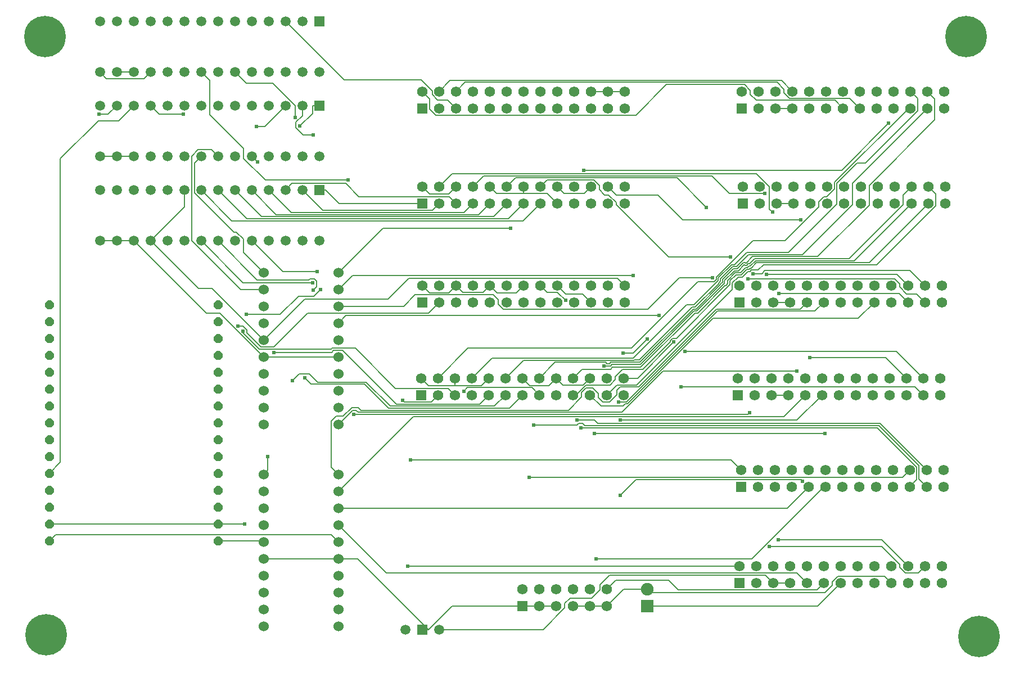
<source format=gtl>
G04 Layer: TopLayer*
G04 EasyEDA v6.3.22, 2020-01-23T21:12:46--5:00*
G04 cdd6f56302204649af62c86a061be503,dfa15b47affc40b8846523cd8aea0214,10*
G04 Gerber Generator version 0.2*
G04 Scale: 100 percent, Rotated: No, Reflected: No *
G04 Dimensions in inches *
G04 leading zeros omitted , absolute positions ,2 integer and 4 decimal *
%FSLAX24Y24*%
%MOIN*%
G90*
G70D02*

%ADD12C,0.006000*%
%ADD13C,0.024000*%
%ADD14C,0.060000*%
%ADD15C,0.062000*%
%ADD16R,0.062000X0.062000*%
%ADD17C,0.059000*%
%ADD18R,0.059000X0.059000*%
%ADD19C,0.059055*%
%ADD20R,0.059055X0.059055*%
%ADD21C,0.246063*%
%ADD22R,0.074803X0.074803*%
%ADD23C,0.074803*%

%LPD*%
G54D12*
G01X17864Y33400D02*
G01X17864Y32946D01*
G01X17103Y32186D01*
G01X14950Y11550D02*
G01X15207Y11807D01*
G01X15207Y12592D01*
G01X18250Y33400D02*
G01X17864Y33400D01*
G01X14950Y19500D02*
G01X11884Y22565D01*
G01X11084Y22565D01*
G01X8250Y25400D01*
G01X36350Y22750D02*
G01X35932Y23167D01*
G01X23563Y23167D01*
G01X22327Y21932D01*
G01X17382Y21932D01*
G01X14950Y19500D01*
G01X36300Y17250D02*
G01X37132Y17250D01*
G01X39272Y19388D01*
G01X12256Y7607D02*
G01X14893Y7607D01*
G01X14950Y7550D01*
G01X8250Y25400D02*
G01X10250Y27400D01*
G01X10250Y28400D01*
G01X5250Y35400D02*
G01X5635Y35013D01*
G01X7864Y35013D01*
G01X8250Y35400D01*
G01X47150Y21750D02*
G01X46748Y21348D01*
G01X41797Y21348D01*
G01X37176Y16727D01*
G01X36097Y16727D01*
G01X35898Y16528D01*
G01X35898Y16267D01*
G01X35469Y15838D01*
G01X35073Y15838D01*
G01X34800Y16113D01*
G01X34800Y16328D01*
G01X34452Y16676D01*
G01X34068Y16676D01*
G01X33800Y16407D01*
G01X33800Y16128D01*
G01X33021Y15348D01*
G01X20732Y15348D01*
G01X20568Y15513D01*
G01X20182Y15513D01*
G01X19668Y15000D01*
G01X19264Y15000D01*
G01X18959Y14694D01*
G01X18959Y11967D01*
G01X19375Y11550D01*
G01X47050Y16250D02*
G01X45785Y14984D01*
G01X23810Y14984D01*
G01X19375Y10550D01*
G01X23481Y6100D02*
G01X43150Y6100D01*
G01X20285Y15105D02*
G01X43671Y15105D01*
G01X43764Y15200D01*
G01X46563Y17675D02*
G01X38638Y17675D01*
G01X36190Y15226D01*
G01X20543Y15226D01*
G01X20432Y15336D01*
G01X20213Y15336D01*
G01X19375Y14500D01*
G01X36077Y14771D02*
G01X46571Y14771D01*
G01X48050Y16250D01*
G01X36085Y10309D02*
G01X37014Y11236D01*
G01X46813Y11236D01*
G01X46898Y11151D01*
G01X48227Y13984D02*
G01X34556Y13984D01*
G01X8250Y33400D02*
G01X8761Y32888D01*
G01X10192Y32888D01*
G01X11250Y25400D02*
G01X13740Y22909D01*
G01X17871Y22909D01*
G01X25300Y16250D02*
G01X24884Y15834D01*
G01X23281Y15834D01*
G01X23189Y15926D01*
G01X12250Y25400D02*
G01X14569Y23080D01*
G01X17631Y23080D01*
G01X17681Y23130D01*
G01X17971Y23130D01*
G01X18093Y23007D01*
G01X18093Y22667D01*
G01X17893Y22465D01*
G01X26300Y16250D02*
G01X25898Y16651D01*
G01X22763Y16651D01*
G01X20392Y19021D01*
G01X18993Y19021D01*
G01X18956Y18984D01*
G01X14693Y18984D01*
G01X13731Y19946D01*
G01X13731Y20026D01*
G01X14250Y25400D02*
G01X16082Y23567D01*
G01X18122Y23567D01*
G01X31300Y16250D02*
G01X30859Y16690D01*
G01X27034Y16690D01*
G01X26817Y16473D01*
G01X54300Y34250D02*
G01X54738Y33811D01*
G01X54738Y32559D01*
G01X50850Y28673D01*
G01X50850Y27509D01*
G01X47797Y24455D01*
G01X43930Y24455D01*
G01X43547Y24075D01*
G01X43522Y24075D01*
G01X43500Y24098D01*
G01X43398Y24098D01*
G01X43034Y23732D01*
G01X42797Y23732D01*
G01X42148Y23086D01*
G01X42148Y22948D01*
G01X42030Y22828D01*
G01X42030Y22794D01*
G01X40580Y21344D01*
G01X40409Y21344D01*
G01X37252Y18188D01*
G01X35527Y18188D01*
G01X35442Y18102D01*
G01X35300Y18102D01*
G01X35210Y18190D01*
G01X32240Y18190D01*
G01X31300Y17250D01*
G01X54300Y33250D02*
G01X49850Y28800D01*
G01X49850Y27528D01*
G01X46900Y24578D01*
G01X43707Y24578D01*
G01X42984Y23853D01*
G01X42746Y23853D01*
G01X42027Y23136D01*
G01X42027Y22998D01*
G01X41909Y22880D01*
G01X41909Y22844D01*
G01X40530Y21465D01*
G01X40359Y21465D01*
G01X37235Y18342D01*
G01X36935Y18342D01*
G01X36902Y18309D01*
G01X35264Y18309D01*
G01X35260Y18313D01*
G01X30363Y18313D01*
G01X29300Y17250D01*
G01X53300Y34250D02*
G01X53717Y33832D01*
G01X53717Y33092D01*
G01X50619Y29994D01*
G01X50117Y29994D01*
G01X48910Y28788D01*
G01X48910Y27563D01*
G01X46047Y24698D01*
G01X43590Y24698D01*
G01X42868Y23976D01*
G01X42696Y23976D01*
G01X41906Y23186D01*
G01X41906Y23048D01*
G01X40444Y21588D01*
G01X40009Y21588D01*
G01X36852Y18430D01*
G01X35314Y18430D01*
G01X35310Y18434D01*
G01X28484Y18434D01*
G01X27300Y17250D01*
G01X53300Y33250D02*
G01X53180Y33250D01*
G01X48789Y28859D01*
G01X48789Y28463D01*
G01X48326Y28001D01*
G01X48156Y28001D01*
G01X47852Y27696D01*
G01X47852Y27386D01*
G01X45863Y25398D01*
G01X43947Y25398D01*
G01X41785Y23236D01*
G01X41785Y23098D01*
G01X41661Y22976D01*
G01X40704Y22976D01*
G01X36752Y19023D01*
G01X27073Y19023D01*
G01X25300Y17250D01*
G01X35300Y16250D02*
G01X35898Y16848D01*
G01X37064Y16848D01*
G01X42725Y22509D01*
G01X42725Y22898D01*
G01X43075Y23248D01*
G01X43335Y23248D01*
G01X43657Y23569D01*
G01X43785Y23569D01*
G01X43868Y23653D01*
G01X44264Y23653D01*
G01X44582Y23971D01*
G01X51292Y23971D01*
G01X54788Y27467D01*
G01X54788Y28161D01*
G01X54350Y28600D01*
G01X33300Y16250D02*
G01X33472Y16250D01*
G01X34071Y16848D01*
G01X35475Y16848D01*
G01X35800Y17173D01*
G01X35800Y17340D01*
G01X36231Y17771D01*
G01X37439Y17771D01*
G01X39060Y19392D01*
G01X39060Y19476D01*
G01X39185Y19598D01*
G01X39410Y19598D01*
G01X42602Y22792D01*
G01X42602Y23025D01*
G01X42947Y23369D01*
G01X43272Y23369D01*
G01X43594Y23690D01*
G01X43735Y23690D01*
G01X43818Y23773D01*
G01X43850Y23773D01*
G01X44168Y24092D01*
G01X50843Y24092D01*
G01X54350Y27600D01*
G01X53350Y28600D02*
G01X52850Y28100D01*
G01X52850Y27528D01*
G01X49656Y24334D01*
G01X44068Y24334D01*
G01X43756Y24023D01*
G01X43668Y24023D01*
G01X43577Y23932D01*
G01X43493Y23932D01*
G01X43461Y23963D01*
G01X43436Y23963D01*
G01X43085Y23611D01*
G01X42847Y23611D01*
G01X42271Y23034D01*
G01X42271Y22863D01*
G01X42236Y22830D01*
G01X42236Y22830D01*
G01X40631Y21223D01*
G01X40459Y21223D01*
G01X37302Y18067D01*
G01X35596Y18067D01*
G01X35510Y17980D01*
G01X35122Y17980D01*
G01X53350Y27600D02*
G01X49964Y24213D01*
G01X44118Y24213D01*
G01X43806Y23902D01*
G01X43718Y23902D01*
G01X43627Y23811D01*
G01X43539Y23811D01*
G01X43217Y23490D01*
G01X42897Y23490D01*
G01X42459Y23052D01*
G01X42459Y22880D01*
G01X42439Y22861D01*
G01X42439Y22800D01*
G01X42368Y22728D01*
G01X42306Y22728D01*
G01X40681Y21103D01*
G01X40515Y21103D01*
G01X37306Y17894D01*
G01X35638Y17894D01*
G01X35513Y17769D01*
G01X33818Y17769D01*
G01X33300Y17250D01*
G01X42617Y24430D02*
G01X38951Y24430D01*
G01X35850Y27530D01*
G01X35850Y27673D01*
G01X35405Y28119D01*
G01X35173Y28119D01*
G01X34850Y28442D01*
G01X34850Y28667D01*
G01X34513Y29003D01*
G01X31753Y29003D01*
G01X31350Y28600D01*
G01X54150Y22750D02*
G01X53268Y23632D01*
G01X44672Y23632D01*
G01X44482Y23442D01*
G01X43956Y23442D01*
G01X35350Y28600D02*
G01X35850Y28100D01*
G01X38326Y28100D01*
G01X39777Y26648D01*
G01X46776Y26648D01*
G01X53050Y17250D02*
G01X51836Y18463D01*
G01X47339Y18463D01*
G01X53250Y10800D02*
G01X53672Y11221D01*
G01X53672Y11969D01*
G01X51325Y14317D01*
G01X33757Y14317D01*
G01X54150Y6100D02*
G01X53748Y5698D01*
G01X52976Y5698D01*
G01X52650Y6023D01*
G01X52650Y6190D01*
G01X51577Y7265D01*
G01X44936Y7265D01*
G01X45452Y7663D02*
G01X51586Y7663D01*
G01X53150Y6100D01*
G01X29607Y26134D02*
G01X22010Y26134D01*
G01X19375Y23500D01*
G01X36857Y23348D02*
G01X20225Y23348D01*
G01X19375Y22500D01*
G01X7250Y33400D02*
G01X6357Y32507D01*
G01X5143Y32507D01*
G01X2905Y30269D01*
G01X2905Y12257D01*
G01X2905Y12257D01*
G01X2255Y11607D01*
G01X33514Y14771D02*
G01X34542Y14771D01*
G01X34754Y14559D01*
G01X51489Y14559D01*
G01X54250Y11800D01*
G01X31350Y22750D02*
G01X31751Y22348D01*
G01X32360Y22348D01*
G01X32850Y21859D01*
G01X30957Y14467D02*
G01X33510Y14467D01*
G01X33623Y14582D01*
G01X33852Y14582D01*
G01X33994Y14438D01*
G01X51439Y14438D01*
G01X53793Y12084D01*
G01X53793Y11257D01*
G01X54250Y10800D01*
G01X53250Y11800D02*
G01X52811Y11361D01*
G01X30686Y11361D01*
G01X18319Y22513D02*
G01X17921Y22113D01*
G01X17010Y22113D01*
G01X15939Y21042D01*
G01X13928Y21042D01*
G01X17250Y33400D02*
G01X17250Y32817D01*
G01X16864Y32430D01*
G01X16864Y32098D01*
G01X17290Y31671D01*
G01X17896Y31671D01*
G01X14950Y18500D02*
G01X12343Y21107D01*
G01X11543Y21107D01*
G01X7250Y25400D01*
G01X36259Y18748D02*
G01X36869Y18748D01*
G01X37689Y19569D01*
G01X13826Y8607D02*
G01X12256Y8607D01*
G01X19375Y6550D02*
G01X14950Y6550D01*
G01X24735Y2350D02*
G01X20535Y6550D01*
G01X19375Y6550D01*
G01X19375Y18500D02*
G01X14950Y18500D01*
G01X30300Y3750D02*
G01X26135Y3750D01*
G01X24735Y2350D01*
G01X34300Y3750D02*
G01X35300Y3750D01*
G01X33300Y3750D02*
G01X34300Y3750D01*
G01X31300Y3750D02*
G01X32300Y3750D01*
G01X30300Y3750D02*
G01X31300Y3750D01*
G01X24350Y2350D02*
G01X24735Y2350D01*
G01X2255Y8607D02*
G01X12256Y8607D01*
G01X7250Y25400D02*
G01X6250Y25400D01*
G01X6250Y30400D02*
G01X5250Y30400D01*
G01X7250Y30400D02*
G01X6250Y30400D01*
G01X6250Y25400D02*
G01X5250Y25400D01*
G01X7250Y35400D02*
G01X6250Y35400D01*
G01X52150Y5100D02*
G01X51748Y5501D01*
G01X48976Y5501D01*
G01X48650Y5176D01*
G01X48650Y4973D01*
G01X48226Y4548D01*
G01X37901Y4548D01*
G01X37700Y4750D01*
G01X35350Y34250D02*
G01X36350Y34250D01*
G01X34350Y34250D02*
G01X35350Y34250D01*
G01X37700Y4750D02*
G01X36300Y4750D01*
G01X35300Y3750D01*
G01X19375Y7550D02*
G01X18943Y7982D01*
G01X2630Y7982D01*
G01X2255Y7607D01*
G01X45150Y5100D02*
G01X44693Y5557D01*
G01X35460Y5557D01*
G01X34898Y4994D01*
G01X34898Y4717D01*
G01X34384Y4203D01*
G01X33110Y4203D01*
G01X32800Y3894D01*
G01X32800Y3621D01*
G01X31528Y2350D01*
G01X25350Y2350D01*
G01X46150Y5100D02*
G01X45150Y5100D01*
G01X45300Y33250D02*
G01X46300Y33250D01*
G01X45350Y27600D02*
G01X46350Y27600D01*
G01X45150Y21750D02*
G01X46150Y21750D01*
G01X45050Y16250D02*
G01X46050Y16250D01*
G01X14250Y30400D02*
G01X14260Y30400D01*
G01X14597Y30063D01*
G01X48150Y21750D02*
G01X47627Y21227D01*
G01X41847Y21227D01*
G01X36464Y15844D01*
G01X35990Y15844D01*
G01X51150Y21750D02*
G01X50189Y20790D01*
G01X41581Y20790D01*
G01X36514Y15723D01*
G01X36390Y15723D01*
G01X36264Y15596D01*
G01X34954Y15596D01*
G01X34300Y16250D01*
G01X26300Y16811D02*
G01X27863Y16811D01*
G01X28300Y17250D01*
G01X30350Y28198D02*
G01X28751Y28198D01*
G01X28350Y28600D01*
G01X28350Y22750D02*
G01X27948Y22348D01*
G01X26751Y22348D01*
G01X26350Y22750D01*
G01X24350Y22750D02*
G01X24788Y22311D01*
G01X25913Y22311D01*
G01X26350Y22750D01*
G01X28350Y22750D02*
G01X28788Y22311D01*
G01X29913Y22311D01*
G01X30350Y22750D01*
G01X24300Y17250D02*
G01X24738Y16811D01*
G01X26300Y16811D01*
G01X34300Y17250D02*
G01X33893Y16842D01*
G01X32706Y16842D01*
G01X32300Y17250D01*
G01X30300Y17250D02*
G01X30738Y16811D01*
G01X31863Y16811D01*
G01X32300Y17250D01*
G01X26300Y16811D02*
G01X26300Y17250D01*
G01X32350Y22750D02*
G01X32850Y22250D01*
G01X33850Y22250D01*
G01X34350Y21750D01*
G01X32350Y28600D02*
G01X32751Y28198D01*
G01X33948Y28198D01*
G01X34350Y28600D01*
G01X30350Y28198D02*
G01X31751Y28198D01*
G01X32350Y27600D01*
G01X30350Y28198D02*
G01X30350Y28600D01*
G01X24350Y28600D02*
G01X24788Y28161D01*
G01X25913Y28161D01*
G01X26350Y28600D01*
G01X28300Y16250D02*
G01X27763Y15713D01*
G01X22818Y15713D01*
G01X19630Y18901D01*
G01X19106Y18901D01*
G01X18977Y18773D01*
G01X15572Y18773D01*
G01X29300Y16250D02*
G01X28640Y15590D01*
G01X22453Y15590D01*
G01X21030Y17015D01*
G01X18148Y17015D01*
G01X17668Y17496D01*
G01X17044Y17496D01*
G01X16668Y17119D01*
G01X30300Y16250D02*
G01X29519Y15469D01*
G01X22343Y15469D01*
G01X20918Y16894D01*
G01X17764Y16894D01*
G01X17402Y17255D01*
G01X19967Y28992D02*
G01X15043Y28992D01*
G01X13750Y30284D01*
G01X13750Y30865D01*
G01X11750Y32865D01*
G01X11750Y34900D01*
G01X11250Y35400D01*
G01X25350Y21750D02*
G01X24709Y21109D01*
G01X17559Y21109D01*
G01X15556Y19105D01*
G01X14777Y19105D01*
G01X13942Y19942D01*
G01X13942Y20113D01*
G01X13731Y20323D01*
G01X13431Y20323D01*
G01X16839Y32707D02*
G01X16839Y33386D01*
G01X15493Y34732D01*
G01X13918Y34732D01*
G01X13250Y35400D01*
G01X25350Y34250D02*
G01X26007Y34907D01*
G01X45642Y34907D01*
G01X46300Y34250D01*
G01X26350Y34250D02*
G01X26885Y34786D01*
G01X45388Y34786D01*
G01X45800Y34373D01*
G01X45800Y34182D01*
G01X46134Y33848D01*
G01X49701Y33848D01*
G01X50300Y33250D01*
G01X49300Y33250D02*
G01X48822Y33727D01*
G01X44156Y33727D01*
G01X43800Y34082D01*
G01X43800Y34317D01*
G01X43452Y34665D01*
G01X38836Y34665D01*
G01X37010Y32838D01*
G01X25167Y32838D01*
G01X24806Y33196D01*
G01X24806Y33792D01*
G01X24350Y34250D01*
G01X37700Y3750D02*
G01X47800Y3750D01*
G01X49150Y5100D01*
G01X14530Y32171D02*
G01X15022Y32171D01*
G01X16250Y33400D01*
G01X48150Y5100D02*
G01X47748Y4698D01*
G01X39515Y4698D01*
G01X38954Y5261D01*
G01X35810Y5261D01*
G01X35300Y4750D01*
G01X12250Y30400D02*
G01X11860Y30788D01*
G01X11072Y30788D01*
G01X10697Y30413D01*
G01X10697Y25390D01*
G01X13589Y22500D01*
G01X14950Y22500D01*
G01X34647Y6534D02*
G01X43907Y6534D01*
G01X48172Y10800D01*
G01X48250Y10800D01*
G01X6250Y33400D02*
G01X5740Y32890D01*
G01X5185Y32890D01*
G01X29350Y28600D02*
G01X29875Y29125D01*
G01X39444Y29125D01*
G01X41193Y27378D01*
G01X54150Y21750D02*
G01X53650Y22250D01*
G01X53054Y22250D01*
G01X52650Y22653D01*
G01X52650Y22846D01*
G01X52344Y23151D01*
G01X43656Y23151D01*
G01X53150Y22750D02*
G01X52486Y23413D01*
G01X44752Y23413D01*
G01X27350Y28600D02*
G01X27997Y29246D01*
G01X41525Y29246D01*
G01X42572Y28198D01*
G01X44654Y28198D01*
G01X25350Y28600D02*
G01X26118Y29367D01*
G01X44165Y29367D01*
G01X44927Y28605D01*
G01X44927Y27278D01*
G01X45117Y27090D01*
G01X45492Y22261D02*
G01X52639Y22261D01*
G01X53150Y21750D01*
G01X39939Y18846D02*
G01X52452Y18846D01*
G01X54050Y17250D01*
G01X54050Y16250D02*
G01X53550Y16750D01*
G01X39702Y16750D01*
G01X52000Y32367D02*
G01X49210Y29578D01*
G01X33929Y29578D01*
G01X19375Y9550D02*
G01X46000Y9550D01*
G01X47250Y10800D01*
G01X19375Y8550D02*
G01X22226Y5698D01*
G01X46551Y5698D01*
G01X47150Y5100D01*
G01X11250Y30400D02*
G01X10860Y30011D01*
G01X10860Y28230D01*
G01X13176Y25915D01*
G01X13328Y25915D01*
G01X13750Y25494D01*
G01X13750Y24700D01*
G01X14950Y23500D01*
G01X41573Y23186D02*
G01X39575Y23186D01*
G01X37736Y21348D01*
G01X29143Y21348D01*
G01X28850Y21642D01*
G01X28850Y21896D01*
G01X28556Y22190D01*
G01X23932Y22190D01*
G01X23242Y21500D01*
G01X19375Y21500D01*
G01X38385Y20955D02*
G01X19831Y20955D01*
G01X19375Y20500D01*
G01X43250Y11800D02*
G01X42656Y12392D01*
G01X23646Y12392D01*
G01X31350Y27600D02*
G01X30332Y26582D01*
G01X13067Y26582D01*
G01X11250Y28400D01*
G01X30350Y27600D02*
G01X29453Y26703D01*
G01X13946Y26703D01*
G01X12250Y28400D01*
G01X13250Y28400D02*
G01X14825Y26825D01*
G01X28575Y26825D01*
G01X29350Y27600D01*
G01X28350Y27600D02*
G01X27697Y26946D01*
G01X15702Y26946D01*
G01X14250Y28400D01*
G01X15250Y28400D02*
G01X16581Y27067D01*
G01X26818Y27067D01*
G01X27350Y27600D01*
G01X26350Y27600D02*
G01X25948Y28001D01*
G01X20602Y28001D01*
G01X19817Y28786D01*
G01X16635Y28786D01*
G01X16250Y28400D01*
G01X25350Y27600D02*
G01X24948Y27198D01*
G01X18451Y27198D01*
G01X17250Y28400D01*
G01X18635Y28400D02*
G01X19435Y27600D01*
G01X24350Y27600D01*
G01X18250Y28400D02*
G01X18635Y28400D01*
G01X16250Y38400D02*
G01X19725Y34925D01*
G01X24293Y34925D01*
G01X24948Y34269D01*
G01X24948Y34055D01*
G01X25253Y33750D01*
G01X25850Y33750D01*
G01X26350Y33250D01*
G54D14*
G01X14950Y11550D03*
G01X14950Y10550D03*
G01X14950Y9550D03*
G01X14950Y8550D03*
G01X14950Y7550D03*
G01X14950Y6550D03*
G01X14950Y5550D03*
G01X14950Y4550D03*
G01X14950Y3550D03*
G01X14950Y2550D03*
G01X19375Y11550D03*
G01X19375Y10550D03*
G01X19375Y9550D03*
G01X19375Y8550D03*
G01X19375Y7550D03*
G01X19375Y6550D03*
G01X19375Y5550D03*
G01X19375Y4550D03*
G01X19375Y3550D03*
G01X19375Y2550D03*
G01X14950Y23500D03*
G01X14950Y22500D03*
G01X14950Y21500D03*
G01X14950Y20500D03*
G01X14950Y19500D03*
G01X14950Y18500D03*
G01X14950Y17500D03*
G01X14950Y16500D03*
G01X14950Y15500D03*
G01X14950Y14500D03*
G01X19375Y23500D03*
G01X19375Y22500D03*
G01X19375Y21500D03*
G01X19375Y20500D03*
G01X19375Y19500D03*
G01X19375Y18500D03*
G01X19375Y17500D03*
G01X19375Y16500D03*
G01X19375Y15500D03*
G01X19375Y14500D03*
G54D15*
G01X35300Y4750D03*
G01X35300Y3750D03*
G01X34300Y4750D03*
G01X34300Y3750D03*
G01X33300Y4750D03*
G01X33300Y3750D03*
G01X32300Y4750D03*
G01X32300Y3750D03*
G01X31300Y4750D03*
G01X31300Y3750D03*
G01X30300Y4750D03*
G54D16*
G01X30300Y3750D03*
G54D17*
G01X23350Y2350D03*
G54D18*
G01X24350Y2350D03*
G54D17*
G01X25350Y2350D03*
G36*
G01X2514Y21714D02*
G01X2362Y21865D01*
G01X2148Y21865D01*
G01X1996Y21714D01*
G01X1996Y21499D01*
G01X2148Y21348D01*
G01X2362Y21348D01*
G01X2514Y21499D01*
G01X2514Y21714D01*
G37*
G36*
G01X2514Y20714D02*
G01X2362Y20865D01*
G01X2148Y20865D01*
G01X1996Y20714D01*
G01X1996Y20499D01*
G01X2148Y20348D01*
G01X2362Y20348D01*
G01X2514Y20499D01*
G01X2514Y20714D01*
G37*
G36*
G01X2514Y19714D02*
G01X2362Y19865D01*
G01X2148Y19865D01*
G01X1996Y19714D01*
G01X1996Y19499D01*
G01X2148Y19348D01*
G01X2362Y19348D01*
G01X2514Y19499D01*
G01X2514Y19714D01*
G37*
G36*
G01X2514Y18714D02*
G01X2362Y18865D01*
G01X2148Y18865D01*
G01X1996Y18714D01*
G01X1996Y18499D01*
G01X2148Y18348D01*
G01X2362Y18348D01*
G01X2514Y18499D01*
G01X2514Y18714D01*
G37*
G36*
G01X2514Y17714D02*
G01X2362Y17865D01*
G01X2148Y17865D01*
G01X1996Y17714D01*
G01X1996Y17499D01*
G01X2148Y17348D01*
G01X2362Y17348D01*
G01X2514Y17499D01*
G01X2514Y17714D01*
G37*
G36*
G01X2514Y16714D02*
G01X2362Y16865D01*
G01X2148Y16865D01*
G01X1996Y16714D01*
G01X1996Y16499D01*
G01X2148Y16348D01*
G01X2362Y16348D01*
G01X2514Y16499D01*
G01X2514Y16714D01*
G37*
G36*
G01X2514Y15714D02*
G01X2362Y15865D01*
G01X2148Y15865D01*
G01X1996Y15714D01*
G01X1996Y15499D01*
G01X2148Y15348D01*
G01X2362Y15348D01*
G01X2514Y15499D01*
G01X2514Y15714D01*
G37*
G36*
G01X2514Y14714D02*
G01X2362Y14865D01*
G01X2148Y14865D01*
G01X1996Y14714D01*
G01X1996Y14499D01*
G01X2148Y14348D01*
G01X2362Y14348D01*
G01X2514Y14499D01*
G01X2514Y14714D01*
G37*
G36*
G01X2514Y13714D02*
G01X2362Y13865D01*
G01X2148Y13865D01*
G01X1996Y13714D01*
G01X1996Y13499D01*
G01X2148Y13348D01*
G01X2362Y13348D01*
G01X2514Y13499D01*
G01X2514Y13714D01*
G37*
G36*
G01X2514Y12714D02*
G01X2362Y12865D01*
G01X2148Y12865D01*
G01X1996Y12714D01*
G01X1996Y12499D01*
G01X2148Y12348D01*
G01X2362Y12348D01*
G01X2514Y12499D01*
G01X2514Y12714D01*
G37*
G36*
G01X2514Y11714D02*
G01X2362Y11865D01*
G01X2148Y11865D01*
G01X1996Y11714D01*
G01X1996Y11499D01*
G01X2148Y11348D01*
G01X2362Y11348D01*
G01X2514Y11499D01*
G01X2514Y11714D01*
G37*
G36*
G01X2514Y10714D02*
G01X2362Y10865D01*
G01X2148Y10865D01*
G01X1996Y10714D01*
G01X1996Y10499D01*
G01X2148Y10348D01*
G01X2362Y10348D01*
G01X2514Y10499D01*
G01X2514Y10714D01*
G37*
G36*
G01X2514Y9714D02*
G01X2362Y9865D01*
G01X2148Y9865D01*
G01X1996Y9714D01*
G01X1996Y9499D01*
G01X2148Y9348D01*
G01X2362Y9348D01*
G01X2514Y9499D01*
G01X2514Y9714D01*
G37*
G36*
G01X2514Y8714D02*
G01X2362Y8865D01*
G01X2148Y8865D01*
G01X1996Y8714D01*
G01X1996Y8499D01*
G01X2148Y8348D01*
G01X2362Y8348D01*
G01X2514Y8499D01*
G01X2514Y8714D01*
G37*
G36*
G01X2514Y7714D02*
G01X2362Y7865D01*
G01X2148Y7865D01*
G01X1996Y7714D01*
G01X1996Y7499D01*
G01X2148Y7348D01*
G01X2362Y7348D01*
G01X2514Y7499D01*
G01X2514Y7714D01*
G37*
G36*
G01X12514Y21714D02*
G01X12362Y21865D01*
G01X12148Y21865D01*
G01X11996Y21714D01*
G01X11996Y21499D01*
G01X12148Y21348D01*
G01X12362Y21348D01*
G01X12514Y21499D01*
G01X12514Y21714D01*
G37*
G36*
G01X12514Y20714D02*
G01X12362Y20865D01*
G01X12148Y20865D01*
G01X11996Y20714D01*
G01X11996Y20499D01*
G01X12148Y20348D01*
G01X12362Y20348D01*
G01X12514Y20499D01*
G01X12514Y20714D01*
G37*
G36*
G01X12514Y19714D02*
G01X12362Y19865D01*
G01X12148Y19865D01*
G01X11996Y19714D01*
G01X11996Y19499D01*
G01X12148Y19348D01*
G01X12362Y19348D01*
G01X12514Y19499D01*
G01X12514Y19714D01*
G37*
G36*
G01X12514Y18714D02*
G01X12362Y18865D01*
G01X12148Y18865D01*
G01X11996Y18714D01*
G01X11996Y18499D01*
G01X12148Y18348D01*
G01X12362Y18348D01*
G01X12514Y18499D01*
G01X12514Y18714D01*
G37*
G36*
G01X12514Y17714D02*
G01X12362Y17865D01*
G01X12148Y17865D01*
G01X11996Y17714D01*
G01X11996Y17499D01*
G01X12148Y17348D01*
G01X12362Y17348D01*
G01X12514Y17499D01*
G01X12514Y17714D01*
G37*
G36*
G01X12514Y16714D02*
G01X12362Y16865D01*
G01X12148Y16865D01*
G01X11996Y16714D01*
G01X11996Y16499D01*
G01X12148Y16348D01*
G01X12362Y16348D01*
G01X12514Y16499D01*
G01X12514Y16714D01*
G37*
G36*
G01X12514Y15714D02*
G01X12362Y15865D01*
G01X12148Y15865D01*
G01X11996Y15714D01*
G01X11996Y15499D01*
G01X12148Y15348D01*
G01X12362Y15348D01*
G01X12514Y15499D01*
G01X12514Y15714D01*
G37*
G36*
G01X12514Y14714D02*
G01X12362Y14865D01*
G01X12148Y14865D01*
G01X11996Y14714D01*
G01X11996Y14499D01*
G01X12148Y14348D01*
G01X12362Y14348D01*
G01X12514Y14499D01*
G01X12514Y14714D01*
G37*
G36*
G01X12514Y13714D02*
G01X12362Y13865D01*
G01X12148Y13865D01*
G01X11996Y13714D01*
G01X11996Y13499D01*
G01X12148Y13348D01*
G01X12362Y13348D01*
G01X12514Y13499D01*
G01X12514Y13714D01*
G37*
G36*
G01X12514Y12714D02*
G01X12362Y12865D01*
G01X12148Y12865D01*
G01X11996Y12714D01*
G01X11996Y12499D01*
G01X12148Y12348D01*
G01X12362Y12348D01*
G01X12514Y12499D01*
G01X12514Y12714D01*
G37*
G36*
G01X12514Y11714D02*
G01X12362Y11865D01*
G01X12148Y11865D01*
G01X11996Y11714D01*
G01X11996Y11499D01*
G01X12148Y11348D01*
G01X12362Y11348D01*
G01X12514Y11499D01*
G01X12514Y11714D01*
G37*
G36*
G01X12514Y10714D02*
G01X12362Y10865D01*
G01X12148Y10865D01*
G01X11996Y10714D01*
G01X11996Y10499D01*
G01X12148Y10348D01*
G01X12362Y10348D01*
G01X12514Y10499D01*
G01X12514Y10714D01*
G37*
G36*
G01X12514Y9714D02*
G01X12362Y9865D01*
G01X12148Y9865D01*
G01X11996Y9714D01*
G01X11996Y9499D01*
G01X12148Y9348D01*
G01X12362Y9348D01*
G01X12514Y9499D01*
G01X12514Y9714D01*
G37*
G36*
G01X12514Y8714D02*
G01X12362Y8865D01*
G01X12148Y8865D01*
G01X11996Y8714D01*
G01X11996Y8499D01*
G01X12148Y8348D01*
G01X12362Y8348D01*
G01X12514Y8499D01*
G01X12514Y8714D01*
G37*
G36*
G01X12514Y7714D02*
G01X12362Y7865D01*
G01X12148Y7865D01*
G01X11996Y7714D01*
G01X11996Y7499D01*
G01X12148Y7348D01*
G01X12362Y7348D01*
G01X12514Y7499D01*
G01X12514Y7714D01*
G37*
G54D19*
G01X5250Y30400D03*
G01X6250Y30400D03*
G01X7250Y30400D03*
G01X8250Y30400D03*
G01X9250Y30400D03*
G01X10250Y30400D03*
G01X11250Y30400D03*
G01X12250Y30400D03*
G01X13250Y30400D03*
G01X14250Y30400D03*
G01X15250Y30400D03*
G01X16250Y30400D03*
G01X17250Y30400D03*
G01X18250Y30400D03*
G01X5250Y33400D03*
G01X6250Y33400D03*
G01X7250Y33400D03*
G01X8250Y33400D03*
G01X9250Y33400D03*
G01X10250Y33400D03*
G01X11250Y33400D03*
G01X12250Y33400D03*
G01X13250Y33400D03*
G01X14250Y33400D03*
G01X15250Y33400D03*
G01X16250Y33400D03*
G01X17250Y33400D03*
G54D20*
G01X18250Y33400D03*
G54D19*
G01X5250Y25400D03*
G01X6250Y25400D03*
G01X7250Y25400D03*
G01X8250Y25400D03*
G01X9250Y25400D03*
G01X10250Y25400D03*
G01X11250Y25400D03*
G01X12250Y25400D03*
G01X13250Y25400D03*
G01X14250Y25400D03*
G01X15250Y25400D03*
G01X16250Y25400D03*
G01X17250Y25400D03*
G01X18250Y25400D03*
G01X5250Y28400D03*
G01X6250Y28400D03*
G01X7250Y28400D03*
G01X8250Y28400D03*
G01X9250Y28400D03*
G01X10250Y28400D03*
G01X11250Y28400D03*
G01X12250Y28400D03*
G01X13250Y28400D03*
G01X14250Y28400D03*
G01X15250Y28400D03*
G01X16250Y28400D03*
G01X17250Y28400D03*
G54D20*
G01X18250Y28400D03*
G54D19*
G01X5250Y35400D03*
G01X6250Y35400D03*
G01X7250Y35400D03*
G01X8250Y35400D03*
G01X9250Y35400D03*
G01X10250Y35400D03*
G01X11250Y35400D03*
G01X12250Y35400D03*
G01X13250Y35400D03*
G01X14250Y35400D03*
G01X15250Y35400D03*
G01X16250Y35400D03*
G01X17250Y35400D03*
G01X18250Y35400D03*
G01X5250Y38400D03*
G01X6250Y38400D03*
G01X7250Y38400D03*
G01X8250Y38400D03*
G01X9250Y38400D03*
G01X10250Y38400D03*
G01X11250Y38400D03*
G01X12250Y38400D03*
G01X13250Y38400D03*
G01X14250Y38400D03*
G01X15250Y38400D03*
G01X16250Y38400D03*
G01X17250Y38400D03*
G54D20*
G01X18250Y38400D03*
G54D15*
G01X55300Y34250D03*
G01X55300Y33250D03*
G01X54300Y34250D03*
G01X54300Y33250D03*
G01X53300Y34250D03*
G01X53300Y33250D03*
G01X52300Y34250D03*
G01X52300Y33250D03*
G01X51300Y34250D03*
G01X51300Y33250D03*
G01X50300Y34250D03*
G01X50300Y33250D03*
G01X49300Y34250D03*
G01X49300Y33250D03*
G01X48300Y34250D03*
G01X48300Y33250D03*
G01X47300Y34250D03*
G01X47300Y33250D03*
G01X46300Y34250D03*
G01X46300Y33250D03*
G01X45300Y34250D03*
G01X45300Y33250D03*
G01X44300Y34250D03*
G01X44300Y33250D03*
G01X43300Y34250D03*
G54D16*
G01X43300Y33250D03*
G54D15*
G01X55350Y28600D03*
G01X55350Y27600D03*
G01X54350Y28600D03*
G01X54350Y27600D03*
G01X53350Y28600D03*
G01X53350Y27600D03*
G01X52350Y28600D03*
G01X52350Y27600D03*
G01X51350Y28600D03*
G01X51350Y27600D03*
G01X50350Y28600D03*
G01X50350Y27600D03*
G01X49350Y28600D03*
G01X49350Y27600D03*
G01X48350Y28600D03*
G01X48350Y27600D03*
G01X47350Y28600D03*
G01X47350Y27600D03*
G01X46350Y28600D03*
G01X46350Y27600D03*
G01X45350Y28600D03*
G01X45350Y27600D03*
G01X44350Y28600D03*
G01X44350Y27600D03*
G01X43350Y28600D03*
G54D16*
G01X43350Y27600D03*
G54D15*
G01X55150Y22750D03*
G01X55150Y21750D03*
G01X54150Y22750D03*
G01X54150Y21750D03*
G01X53150Y22750D03*
G01X53150Y21750D03*
G01X52150Y22750D03*
G01X52150Y21750D03*
G01X51150Y22750D03*
G01X51150Y21750D03*
G01X50150Y22750D03*
G01X50150Y21750D03*
G01X49150Y22750D03*
G01X49150Y21750D03*
G01X48150Y22750D03*
G01X48150Y21750D03*
G01X47150Y22750D03*
G01X47150Y21750D03*
G01X46150Y22750D03*
G01X46150Y21750D03*
G01X45150Y22750D03*
G01X45150Y21750D03*
G01X44150Y22750D03*
G01X44150Y21750D03*
G01X43150Y22750D03*
G54D16*
G01X43150Y21750D03*
G54D15*
G01X55050Y17250D03*
G01X55050Y16250D03*
G01X54050Y17250D03*
G01X54050Y16250D03*
G01X53050Y17250D03*
G01X53050Y16250D03*
G01X52050Y17250D03*
G01X52050Y16250D03*
G01X51050Y17250D03*
G01X51050Y16250D03*
G01X50050Y17250D03*
G01X50050Y16250D03*
G01X49050Y17250D03*
G01X49050Y16250D03*
G01X48050Y17250D03*
G01X48050Y16250D03*
G01X47050Y17250D03*
G01X47050Y16250D03*
G01X46050Y17250D03*
G01X46050Y16250D03*
G01X45050Y17250D03*
G01X45050Y16250D03*
G01X44050Y17250D03*
G01X44050Y16250D03*
G01X43050Y17250D03*
G54D16*
G01X43050Y16250D03*
G54D15*
G01X55250Y11800D03*
G01X55250Y10800D03*
G01X54250Y11800D03*
G01X54250Y10800D03*
G01X53250Y11800D03*
G01X53250Y10800D03*
G01X52250Y11800D03*
G01X52250Y10800D03*
G01X51250Y11800D03*
G01X51250Y10800D03*
G01X50250Y11800D03*
G01X50250Y10800D03*
G01X49250Y11800D03*
G01X49250Y10800D03*
G01X48250Y11800D03*
G01X48250Y10800D03*
G01X47250Y11800D03*
G01X47250Y10800D03*
G01X46250Y11800D03*
G01X46250Y10800D03*
G01X45250Y11800D03*
G01X45250Y10800D03*
G01X44250Y11800D03*
G01X44250Y10800D03*
G01X43250Y11800D03*
G54D16*
G01X43250Y10800D03*
G54D15*
G01X55150Y6100D03*
G01X55150Y5100D03*
G01X54150Y6100D03*
G01X54150Y5100D03*
G01X53150Y6100D03*
G01X53150Y5100D03*
G01X52150Y6100D03*
G01X52150Y5100D03*
G01X51150Y6100D03*
G01X51150Y5100D03*
G01X50150Y6100D03*
G01X50150Y5100D03*
G01X49150Y6100D03*
G01X49150Y5100D03*
G01X48150Y6100D03*
G01X48150Y5100D03*
G01X47150Y6100D03*
G01X47150Y5100D03*
G01X46150Y6100D03*
G01X46150Y5100D03*
G01X45150Y6100D03*
G01X45150Y5100D03*
G01X44150Y6100D03*
G01X44150Y5100D03*
G01X43150Y6100D03*
G54D16*
G01X43150Y5100D03*
G54D15*
G01X36350Y34250D03*
G01X36350Y33250D03*
G01X35350Y34250D03*
G01X35350Y33250D03*
G01X34350Y34250D03*
G01X34350Y33250D03*
G01X33350Y34250D03*
G01X33350Y33250D03*
G01X32350Y34250D03*
G01X32350Y33250D03*
G01X31350Y34250D03*
G01X31350Y33250D03*
G01X30350Y34250D03*
G01X30350Y33250D03*
G01X29350Y34250D03*
G01X29350Y33250D03*
G01X28350Y34250D03*
G01X28350Y33250D03*
G01X27350Y34250D03*
G01X27350Y33250D03*
G01X26350Y34250D03*
G01X26350Y33250D03*
G01X25350Y34250D03*
G01X25350Y33250D03*
G01X24350Y34250D03*
G54D16*
G01X24350Y33250D03*
G54D15*
G01X36300Y17250D03*
G01X36300Y16250D03*
G01X35300Y17250D03*
G01X35300Y16250D03*
G01X34300Y17250D03*
G01X34300Y16250D03*
G01X33300Y17250D03*
G01X33300Y16250D03*
G01X32300Y17250D03*
G01X32300Y16250D03*
G01X31300Y17250D03*
G01X31300Y16250D03*
G01X30300Y17250D03*
G01X30300Y16250D03*
G01X29300Y17250D03*
G01X29300Y16250D03*
G01X28300Y17250D03*
G01X28300Y16250D03*
G01X27300Y17250D03*
G01X27300Y16250D03*
G01X26300Y17250D03*
G01X26300Y16250D03*
G01X25300Y17250D03*
G01X25300Y16250D03*
G01X24300Y17250D03*
G54D16*
G01X24300Y16250D03*
G54D21*
G01X2000Y37500D03*
G01X2050Y2050D03*
G01X57350Y1950D03*
G01X56600Y37500D03*
G54D15*
G01X36350Y22750D03*
G01X36350Y21750D03*
G01X35350Y22750D03*
G01X35350Y21750D03*
G01X34350Y22750D03*
G01X34350Y21750D03*
G01X33350Y22750D03*
G01X33350Y21750D03*
G01X32350Y22750D03*
G01X32350Y21750D03*
G01X31350Y22750D03*
G01X31350Y21750D03*
G01X30350Y22750D03*
G01X30350Y21750D03*
G01X29350Y22750D03*
G01X29350Y21750D03*
G01X28350Y22750D03*
G01X28350Y21750D03*
G01X27350Y22750D03*
G01X27350Y21750D03*
G01X26350Y22750D03*
G01X26350Y21750D03*
G01X25350Y22750D03*
G01X25350Y21750D03*
G01X24350Y22750D03*
G54D16*
G01X24350Y21750D03*
G54D15*
G01X36350Y28600D03*
G01X36350Y27600D03*
G01X35350Y28600D03*
G01X35350Y27600D03*
G01X34350Y28600D03*
G01X34350Y27600D03*
G01X33350Y28600D03*
G01X33350Y27600D03*
G01X32350Y28600D03*
G01X32350Y27600D03*
G01X31350Y28600D03*
G01X31350Y27600D03*
G01X30350Y28600D03*
G01X30350Y27600D03*
G01X29350Y28600D03*
G01X29350Y27600D03*
G01X28350Y28600D03*
G01X28350Y27600D03*
G01X27350Y28600D03*
G01X27350Y27600D03*
G01X26350Y28600D03*
G01X26350Y27600D03*
G01X25350Y28600D03*
G01X25350Y27600D03*
G01X24350Y28600D03*
G54D16*
G01X24350Y27600D03*
G54D22*
G01X37700Y3750D03*
G54D23*
G01X37700Y4750D03*
G54D13*
G01X15207Y12592D03*
G01X17103Y32186D03*
G01X39272Y19388D03*
G01X23481Y6100D03*
G01X20285Y15105D03*
G01X43764Y15200D03*
G01X46563Y17675D03*
G01X36077Y14771D03*
G01X46898Y11151D03*
G01X36085Y10309D03*
G01X34556Y13984D03*
G01X48227Y13984D03*
G01X10192Y32888D03*
G01X17871Y22909D03*
G01X17893Y22465D03*
G01X23189Y15926D03*
G01X13731Y20026D03*
G01X18122Y23567D03*
G01X26817Y16473D03*
G01X35122Y17980D03*
G01X42617Y24430D03*
G01X43956Y23442D03*
G01X46776Y26648D03*
G01X47339Y18463D03*
G01X33757Y14317D03*
G01X44936Y7265D03*
G01X45452Y7663D03*
G01X29607Y26134D03*
G01X36857Y23348D03*
G01X33514Y14771D03*
G01X32850Y21859D03*
G01X30957Y14467D03*
G01X30686Y11361D03*
G01X13928Y21042D03*
G01X18319Y22513D03*
G01X17896Y31671D03*
G01X37689Y19569D03*
G01X36259Y18748D03*
G01X13826Y8607D03*
G01X14597Y30063D03*
G01X35990Y15844D03*
G01X15572Y18773D03*
G01X16668Y17119D03*
G01X17402Y17255D03*
G01X19967Y28992D03*
G01X13431Y20323D03*
G01X16839Y32707D03*
G01X14530Y32171D03*
G01X34647Y6534D03*
G01X5185Y32890D03*
G01X43656Y23151D03*
G01X41193Y27378D03*
G01X44752Y23413D03*
G01X44654Y28198D03*
G01X45492Y22261D03*
G01X45117Y27090D03*
G01X39939Y18846D03*
G01X39702Y16750D03*
G01X52000Y32367D03*
G01X33929Y29578D03*
G01X41573Y23186D03*
G01X38385Y20955D03*
G01X23646Y12392D03*
M00*
M02*

</source>
